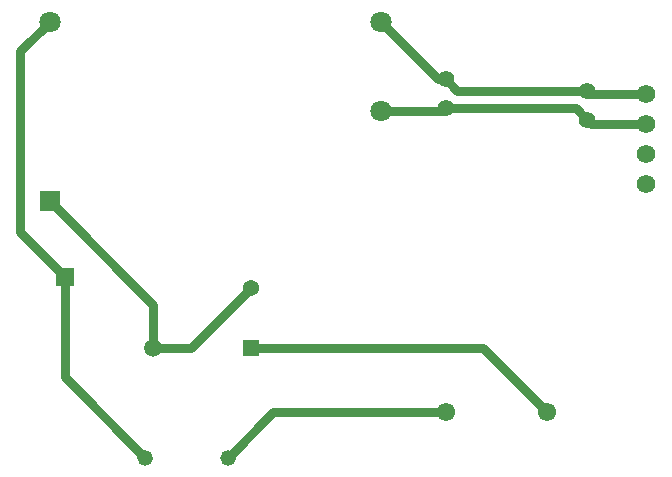
<source format=gbr>
%TF.GenerationSoftware,KiCad,Pcbnew,8.0.5*%
%TF.CreationDate,2024-11-19T11:11:42-05:00*%
%TF.ProjectId,Power_Daughterboard,506f7765-725f-4446-9175-676874657262,rev?*%
%TF.SameCoordinates,Original*%
%TF.FileFunction,Copper,L2,Bot*%
%TF.FilePolarity,Positive*%
%FSLAX46Y46*%
G04 Gerber Fmt 4.6, Leading zero omitted, Abs format (unit mm)*
G04 Created by KiCad (PCBNEW 8.0.5) date 2024-11-19 11:11:42*
%MOMM*%
%LPD*%
G01*
G04 APERTURE LIST*
%TA.AperFunction,ComponentPad*%
%ADD10C,1.400000*%
%TD*%
%TA.AperFunction,ComponentPad*%
%ADD11R,1.800000X1.800000*%
%TD*%
%TA.AperFunction,ComponentPad*%
%ADD12C,1.800000*%
%TD*%
%TA.AperFunction,ComponentPad*%
%ADD13C,1.574800*%
%TD*%
%TA.AperFunction,ComponentPad*%
%ADD14C,1.320800*%
%TD*%
%TA.AperFunction,ComponentPad*%
%ADD15C,1.549400*%
%TD*%
%TA.AperFunction,ComponentPad*%
%ADD16R,1.371600X1.371600*%
%TD*%
%TA.AperFunction,ComponentPad*%
%ADD17C,1.371600*%
%TD*%
%TA.AperFunction,ComponentPad*%
%ADD18R,1.500000X1.500000*%
%TD*%
%TA.AperFunction,ComponentPad*%
%ADD19C,1.500000*%
%TD*%
%TA.AperFunction,Conductor*%
%ADD20C,0.750000*%
%TD*%
G04 APERTURE END LIST*
D10*
%TO.P,C2,1*%
%TO.N,Net-(PSU1-DC+)*%
X159500000Y-84750000D03*
%TO.P,C2,2*%
%TO.N,Net-(PSU1-DC-)*%
X159500000Y-82250000D03*
%TD*%
D11*
%TO.P,PSU,1,AC1*%
%TO.N,Net-(PSU1-AC1)*%
X114000000Y-91600000D03*
D12*
%TO.P,PSU,2,AC2*%
%TO.N,Net-(PSU1-AC2)*%
X114000000Y-76400000D03*
%TO.P,PSU,3,DC-*%
%TO.N,Net-(PSU1-DC-)*%
X142000000Y-76400000D03*
%TO.P,PSU,4,DC+*%
%TO.N,Net-(PSU1-DC+)*%
X142000000Y-84000000D03*
%TD*%
D10*
%TO.P,C1,1*%
%TO.N,Net-(PSU1-DC+)*%
X147500000Y-83750000D03*
%TO.P,C1,2*%
%TO.N,Net-(PSU1-DC-)*%
X147500000Y-81250000D03*
%TD*%
D13*
%TO.P,DCPXM,1,1*%
%TO.N,Net-(PSU1-DC-)*%
X164500000Y-82500000D03*
%TO.P,DCPXM,2,2*%
%TO.N,Net-(PSU1-DC+)*%
X164500000Y-85040000D03*
%TO.P,DCPXM,3,3*%
%TO.N,unconnected-(PXM1-Pad3)*%
X164500000Y-87580000D03*
%TO.P,DCPXM,4,4*%
%TO.N,unconnected-(PXM1-Pad4)*%
X164500000Y-90120000D03*
%TD*%
D14*
%TO.P,ACPEM,1,1*%
%TO.N,Net-(PSU1-AC2)*%
X122060000Y-113330000D03*
%TO.P,ACPEM,2,2*%
%TO.N,Net-(PEM1-Pad2)*%
X129060003Y-113330000D03*
D15*
%TO.P,ACPEM,3,3*%
X147510000Y-109489998D03*
%TO.P,ACPEM,4,4*%
%TO.N,Net-(FUSE1-Pad1)*%
X156110003Y-109489998D03*
%TD*%
D16*
%TO.P,FUSE,1,1*%
%TO.N,Net-(FUSE1-Pad1)*%
X131000000Y-104040000D03*
D17*
%TO.P,FUSE,2,2*%
%TO.N,Net-(PSU1-AC1)*%
X131000000Y-98960000D03*
%TD*%
D18*
%TO.P,MOV,1,1*%
%TO.N,Net-(PSU1-AC2)*%
X115250000Y-98000000D03*
D19*
%TO.P,MOV,2,2*%
%TO.N,Net-(PSU1-AC1)*%
X122750000Y-104000000D03*
%TD*%
D20*
%TO.N,Net-(PSU1-AC1)*%
X125960000Y-104000000D02*
X131000000Y-98960000D01*
X122750000Y-104000000D02*
X125960000Y-104000000D01*
X122750000Y-104000000D02*
X122750000Y-100350000D01*
X122750000Y-100350000D02*
X114000000Y-91600000D01*
%TO.N,Net-(FUSE1-Pad1)*%
X156110003Y-109489998D02*
X150660005Y-104040000D01*
X150660005Y-104040000D02*
X131000000Y-104040000D01*
%TO.N,Net-(PSU1-AC2)*%
X111500000Y-78900000D02*
X114000000Y-76400000D01*
X111500000Y-94250000D02*
X111500000Y-78900000D01*
X115250000Y-106520000D02*
X115250000Y-98000000D01*
X115250000Y-98000000D02*
X111500000Y-94250000D01*
X122060000Y-113330000D02*
X115250000Y-106520000D01*
%TO.N,Net-(PEM1-Pad2)*%
X129060003Y-113330000D02*
X132900005Y-109489998D01*
X132900005Y-109489998D02*
X147510000Y-109489998D01*
%TO.N,Net-(PSU1-DC-)*%
X164500000Y-82500000D02*
X159750000Y-82500000D01*
X159500000Y-82250000D02*
X148500000Y-82250000D01*
X159750000Y-82500000D02*
X159500000Y-82250000D01*
X142000000Y-76400000D02*
X146850000Y-81250000D01*
X146850000Y-81250000D02*
X147500000Y-81250000D01*
X148500000Y-82250000D02*
X147500000Y-81250000D01*
%TO.N,Net-(PSU1-DC+)*%
X147250000Y-84000000D02*
X147500000Y-83750000D01*
X147500000Y-83750000D02*
X158500000Y-83750000D01*
X159790000Y-85040000D02*
X159500000Y-84750000D01*
X158500000Y-83750000D02*
X159500000Y-84750000D01*
X142000000Y-84000000D02*
X147250000Y-84000000D01*
X164500000Y-85040000D02*
X159790000Y-85040000D01*
%TD*%
M02*

</source>
